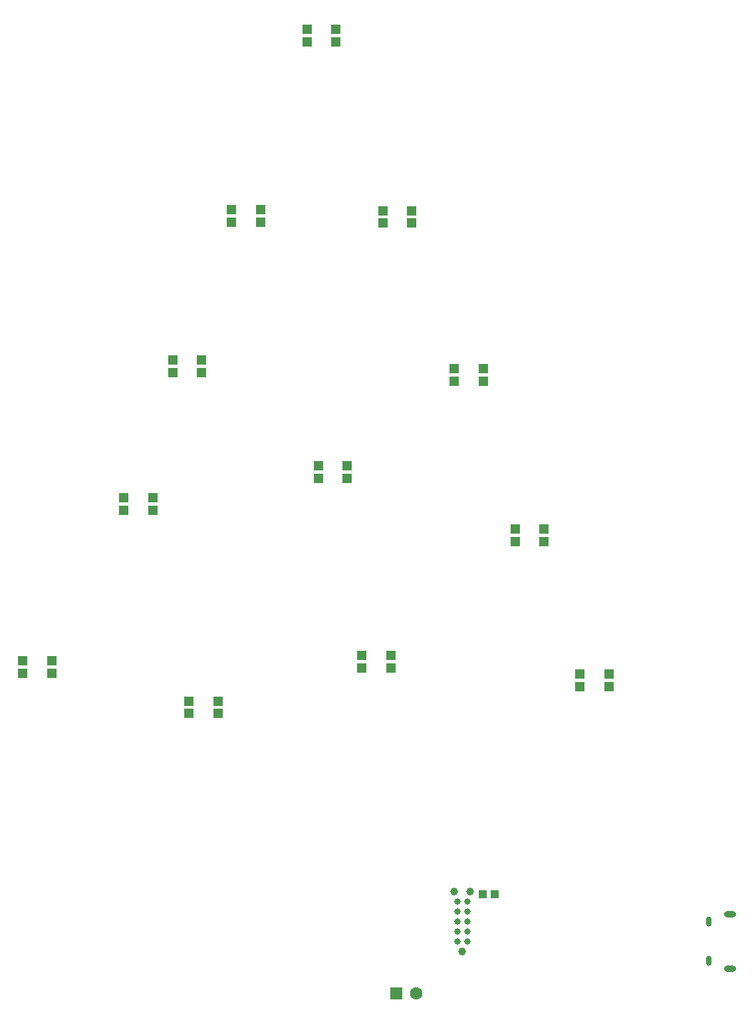
<source format=gbr>
%TF.GenerationSoftware,Altium Limited,Altium NEXUS,2.1.9 (83)*%
G04 Layer_Color=255*
%FSLAX44Y44*%
%MOMM*%
%TF.FileFunction,Pads,Bot*%
%TF.Part,Single*%
G01*
G75*
%TA.AperFunction,SMDPad,CuDef*%
%ADD28R,1.0000X1.0000*%
%TA.AperFunction,ComponentPad*%
%ADD32C,1.6000*%
%ADD33R,1.6000X1.6000*%
%ADD34C,1.0000*%
%ADD35O,0.6500X1.3000*%
%ADD36O,1.5500X0.7750*%
%TA.AperFunction,BGAPad,CuDef*%
%ADD38C,0.8000*%
%TA.AperFunction,SMDPad,CuDef*%
%ADD39R,1.2000X1.2000*%
D28*
X1500000Y484660D02*
D03*
X1515000D02*
D03*
D32*
X1415500Y358660D02*
D03*
D33*
X1390100D02*
D03*
D34*
X1463500Y487960D02*
D03*
X1473650Y411760D02*
D03*
X1483800Y487960D02*
D03*
D35*
X1788000Y399660D02*
D03*
Y449660D02*
D03*
D36*
X1815000Y389660D02*
D03*
Y459660D02*
D03*
D38*
X1480000Y424460D02*
D03*
Y437160D02*
D03*
Y449860D02*
D03*
Y462560D02*
D03*
Y475260D02*
D03*
X1467300D02*
D03*
Y462560D02*
D03*
Y449860D02*
D03*
Y437160D02*
D03*
Y424460D02*
D03*
D39*
X1276000Y1569660D02*
D03*
Y1585660D02*
D03*
X1313000D02*
D03*
Y1569660D02*
D03*
X1217000Y1339660D02*
D03*
Y1355660D02*
D03*
X1180000D02*
D03*
Y1339660D02*
D03*
X1142000Y1148660D02*
D03*
Y1164660D02*
D03*
X1105000D02*
D03*
Y1148660D02*
D03*
X1080000Y973660D02*
D03*
Y989660D02*
D03*
X1043000D02*
D03*
Y973660D02*
D03*
X1162500Y714660D02*
D03*
Y730660D02*
D03*
X1125500D02*
D03*
Y714660D02*
D03*
X951000Y765660D02*
D03*
Y781660D02*
D03*
X914000D02*
D03*
Y765660D02*
D03*
X1409500Y1338660D02*
D03*
Y1354660D02*
D03*
X1372500D02*
D03*
Y1338660D02*
D03*
X1500500Y1137660D02*
D03*
Y1153660D02*
D03*
X1463500D02*
D03*
Y1137660D02*
D03*
X1327500Y1013660D02*
D03*
Y1029660D02*
D03*
X1290500D02*
D03*
Y1013660D02*
D03*
X1578000Y933660D02*
D03*
Y949660D02*
D03*
X1541000D02*
D03*
Y933660D02*
D03*
X1383000Y772660D02*
D03*
Y788660D02*
D03*
X1346000D02*
D03*
Y772660D02*
D03*
X1660500Y748660D02*
D03*
Y764660D02*
D03*
X1623500D02*
D03*
Y748660D02*
D03*
%TF.MD5,abee502b4a3a302a18cf755dcee8c0de*%
M02*

</source>
